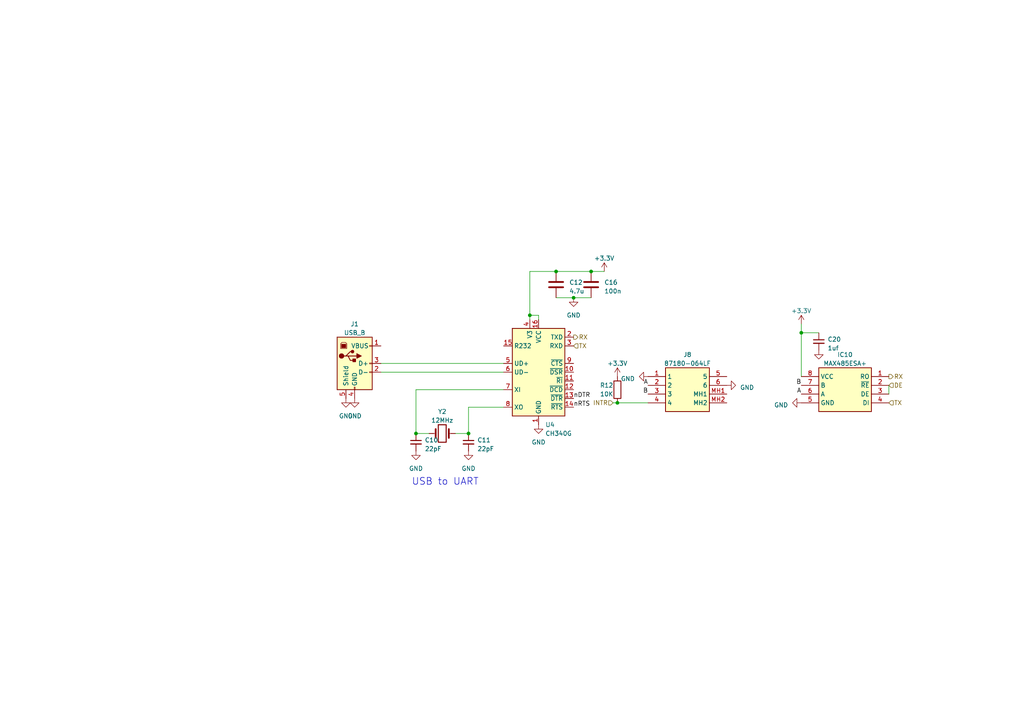
<source format=kicad_sch>
(kicad_sch (version 20230121) (generator eeschema)
  (paper "A4")
  (lib_symbols
    (symbol "Connector:USB_B" (pin_names (offset 1.016))
      (property "Reference" "J" (at -5.08 11.43 0))
      (property "Value" "USB_B" (at -5.08 8.89 0))
      (symbol "USB_B_0_1"
        (rectangle (start -5.08 -7.62) (end 5.08 7.62) (stroke (width 0.254)) (fill (type background)))
        (circle (center -3.81 2.159) (radius 0.635) (stroke (width 0.254)) (fill (type outline)))
        (rectangle (start -3.81 5.588) (end -2.54 4.572) (fill (type outline)))
        (circle (center -0.635 3.429) (radius 0.381) (stroke (width 0.254)) (fill (type outline)))
        (rectangle (start -0.127 -7.62) (end 0.127 -6.858))
        (polyline (pts (xy -1.905 2.159) (xy 0.635 2.159)) (stroke (width 0.254)))
        (polyline (pts (xy -3.175 2.159) (xy -2.54 2.159) (xy -1.27 3.429) (xy -0.635 3.429)) (stroke (width 0.254)))
        (polyline (pts (xy -2.54 2.159) (xy -1.905 2.159) (xy -1.27 0.889) (xy 0 0.889)) (stroke (width 0.254)))
        (polyline (pts (xy 0.635 2.794) (xy 0.635 1.524) (xy 1.905 2.159) (xy 0.635 2.794)) (stroke (width 0.254)) (fill (type outline)))
        (polyline (pts (xy -4.064 4.318) (xy -2.286 4.318) (xy -2.286 5.715) (xy -2.667 6.096) (xy -3.683 6.096) (xy -4.064 5.715) (xy -4.064 4.318)))
        (rectangle (start 0.254 1.27) (end -0.508 0.508) (stroke (width 0.254)) (fill (type outline)))
        (rectangle (start 5.08 -2.667) (end 4.318 -2.413))
        (rectangle (start 5.08 -0.127) (end 4.318 0.127))
        (rectangle (start 5.08 4.953) (end 4.318 5.207))
      )
      (symbol "USB_B_1_1"
        (pin power_out line (at 7.62 5.08 180) (length 2.54) (name "VBUS") (number "1"))
        (pin bidirectional line (at 7.62 -2.54 180) (length 2.54) (name "D-") (number "2"))
        (pin bidirectional line (at 7.62 0 180) (length 2.54) (name "D+") (number "3"))
        (pin power_out line (at 0 -10.16 90) (length 2.54) (name "GND") (number "4"))
        (pin passive line (at -2.54 -10.16 90) (length 2.54) (name "Shield") (number "5"))
      )
    )
    (symbol "Device:C" (pin_numbers hide) (pin_names (offset 0.254))
      (property "Reference" "C" (at 0.635 2.54 0))
      (property "Value" "C" (at 0.635 -2.54 0))
      (symbol "C_0_1"
        (polyline (pts (xy -2.032 -0.762) (xy 2.032 -0.762)) (stroke (width 0.508)))
        (polyline (pts (xy -2.032 0.762) (xy 2.032 0.762)) (stroke (width 0.508)))
      )
      (symbol "C_1_1"
        (pin passive line (at 0 3.81 270) (length 2.794) (name "~") (number "1"))
        (pin passive line (at 0 -3.81 90) (length 2.794) (name "~") (number "2"))
      )
    )
    (symbol "Device:C_Small" (pin_numbers hide) (pin_names (offset 0.254) hide)
      (property "Reference" "C" (at 0.254 1.778 0))
      (property "Value" "C_Small" (at 0.254 -2.032 0))
      (symbol "C_Small_0_1"
        (polyline (pts (xy -1.524 -0.508) (xy 1.524 -0.508)) (stroke (width 0.3302)))
        (polyline (pts (xy -1.524 0.508) (xy 1.524 0.508)) (stroke (width 0.3048)))
      )
      (symbol "C_Small_1_1"
        (pin passive line (at 0 2.54 270) (length 2.032) (name "~") (number "1"))
        (pin passive line (at 0 -2.54 90) (length 2.032) (name "~") (number "2"))
      )
    )
    (symbol "Device:Crystal" (pin_numbers hide) (pin_names (offset 1.016) hide)
      (property "Reference" "Y" (at 0 3.81 0))
      (property "Value" "Crystal" (at 0 -3.81 0))
      (symbol "Crystal_0_1"
        (rectangle (start -1.143 2.54) (end 1.143 -2.54) (stroke (width 0.3048)))
        (polyline (pts (xy -2.54 0) (xy -1.905 0)))
        (polyline (pts (xy -1.905 -1.27) (xy -1.905 1.27)) (stroke (width 0.508)))
        (polyline (pts (xy 1.905 -1.27) (xy 1.905 1.27)) (stroke (width 0.508)))
        (polyline (pts (xy 2.54 0) (xy 1.905 0)))
      )
      (symbol "Crystal_1_1"
        (pin passive line (at -3.81 0 0) (length 1.27) (name "1") (number "1"))
        (pin passive line (at 3.81 0 180) (length 1.27) (name "2") (number "2"))
      )
    )
    (symbol "Device:R" (pin_numbers hide) (pin_names (offset 0))
      (property "Reference" "R" (at 2.032 0 90))
      (property "Value" "R" (at 0 0 90))
      (symbol "R_0_1"
        (rectangle (start -1.016 -2.54) (end 1.016 2.54) (stroke (width 0.254)))
      )
      (symbol "R_1_1"
        (pin passive line (at 0 3.81 270) (length 1.27) (name "~") (number "1"))
        (pin passive line (at 0 -3.81 90) (length 1.27) (name "~") (number "2"))
      )
    )
    (symbol "Interface_USB:CH340G"
      (property "Reference" "U" (at -5.08 13.97 0))
      (property "Value" "CH340G" (at 1.27 13.97 0))
      (symbol "CH340G_0_1"
        (rectangle (start -7.62 12.7) (end 7.62 -12.7) (stroke (width 0.254)) (fill (type background)))
      )
      (symbol "CH340G_1_1"
        (pin power_in line (at 0 -15.24 90) (length 2.54) (name "GND") (number "1"))
        (pin input line (at 10.16 0 180) (length 2.54) (name "~{DSR}") (number "10"))
        (pin input line (at 10.16 -2.54 180) (length 2.54) (name "~{RI}") (number "11"))
        (pin input line (at 10.16 -5.08 180) (length 2.54) (name "~{DCD}") (number "12"))
        (pin output line (at 10.16 -7.62 180) (length 2.54) (name "~{DTR}") (number "13"))
        (pin output line (at 10.16 -10.16 180) (length 2.54) (name "~{RTS}") (number "14"))
        (pin input line (at -10.16 7.62 0) (length 2.54) (name "R232") (number "15"))
        (pin power_in line (at 0 15.24 270) (length 2.54) (name "VCC") (number "16"))
        (pin output line (at 10.16 10.16 180) (length 2.54) (name "TXD") (number "2"))
        (pin input line (at 10.16 7.62 180) (length 2.54) (name "RXD") (number "3"))
        (pin passive line (at -2.54 15.24 270) (length 2.54) (name "V3") (number "4"))
        (pin bidirectional line (at -10.16 2.54 0) (length 2.54) (name "UD+") (number "5"))
        (pin bidirectional line (at -10.16 0 0) (length 2.54) (name "UD-") (number "6"))
        (pin input line (at -10.16 -5.08 0) (length 2.54) (name "XI") (number "7"))
        (pin output line (at -10.16 -10.16 0) (length 2.54) (name "XO") (number "8"))
        (pin input line (at 10.16 2.54 180) (length 2.54) (name "~{CTS}") (number "9"))
      )
    )
    (symbol "SamacSys_Parts:87180-064LF"
      (property "Reference" "J" (at 19.05 7.62 0))
      (property "Value" "87180-064LF" (at 19.05 5.08 0))
      (symbol "87180-064LF_1_1"
        (rectangle (start 5.08 2.54) (end 17.78 -10.16) (stroke (width 0.254)) (fill (type background)))
        (pin passive line (at 0 0 0) (length 5.08) (name "1") (number "1"))
        (pin passive line (at 0 -2.54 0) (length 5.08) (name "2") (number "2"))
        (pin passive line (at 0 -5.08 0) (length 5.08) (name "3") (number "3"))
        (pin passive line (at 0 -7.62 0) (length 5.08) (name "4") (number "4"))
        (pin passive line (at 22.86 0 180) (length 5.08) (name "5") (number "5"))
        (pin passive line (at 22.86 -2.54 180) (length 5.08) (name "6") (number "6"))
        (pin passive line (at 22.86 -5.08 180) (length 5.08) (name "MH1") (number "MH1"))
        (pin passive line (at 22.86 -7.62 180) (length 5.08) (name "MH2") (number "MH2"))
      )
    )
    (symbol "SamacSys_Parts:MAX485ESA+"
      (property "Reference" "IC" (at 21.59 7.62 0))
      (property "Value" "MAX485ESA+" (at 21.59 5.08 0))
      (symbol "MAX485ESA+_1_1"
        (rectangle (start 5.08 2.54) (end 20.32 -10.16) (stroke (width 0.254)) (fill (type background)))
        (pin passive line (at 0 0 0) (length 5.08) (name "RO") (number "1"))
        (pin passive line (at 0 -2.54 0) (length 5.08) (name "~{RE}") (number "2"))
        (pin passive line (at 0 -5.08 0) (length 5.08) (name "DE") (number "3"))
        (pin passive line (at 0 -7.62 0) (length 5.08) (name "DI") (number "4"))
        (pin passive line (at 25.4 -7.62 180) (length 5.08) (name "GND") (number "5"))
        (pin passive line (at 25.4 -5.08 180) (length 5.08) (name "A") (number "6"))
        (pin passive line (at 25.4 -2.54 180) (length 5.08) (name "B") (number "7"))
        (pin passive line (at 25.4 0 180) (length 5.08) (name "VCC") (number "8"))
      )
    )
    (symbol "power:+3.3V" (power) (pin_names (offset 0))
      (property "Value" "+3.3V" (at 0 3.556 0))
      (symbol "+3.3V_0_1"
        (polyline (pts (xy -0.762 1.27) (xy 0 2.54)))
        (polyline (pts (xy 0 0) (xy 0 2.54)))
        (polyline (pts (xy 0 2.54) (xy 0.762 1.27)))
      )
      (symbol "+3.3V_1_1"
        (pin power_in line (at 0 0 90) (length 0) hide (name "+3.3V") (number "1"))
      )
    )
    (symbol "power:GND" (power) (pin_names (offset 0))
      (property "Value" "GND" (at 0 -3.81 0))
      (symbol "GND_0_1"
        (polyline (pts (xy 0 0) (xy 0 -1.27) (xy 1.27 -1.27) (xy 0 -2.54) (xy -1.27 -1.27) (xy 0 -1.27)))
      )
      (symbol "GND_1_1"
        (pin power_in line (at 0 0 270) (length 0) hide (name "GND") (number "1"))
      )
    )
  )
  (junction (at 153.67 91.44))
  (junction (at 179.07 116.84))
  (junction (at 232.41 96.52))
  (junction (at 135.89 125.73))
  (junction (at 171.45 78.74))
  (junction (at 161.29 78.74))
  (junction (at 120.65 125.73))
  (junction (at 166.37 86.36))
  (wire (pts (xy 120.65 113.03) (xy 120.65 125.73)))
  (wire (pts (xy 135.89 118.11) (xy 146.05 118.11)))
  (wire (pts (xy 146.05 113.03) (xy 120.65 113.03)))
  (wire (pts (xy 135.89 125.73) (xy 135.89 118.11)))
  (wire (pts (xy 175.26 78.74) (xy 171.45 78.74)))
  (wire (pts (xy 120.65 125.73) (xy 124.46 125.73)))
  (wire (pts (xy 110.49 105.41) (xy 146.05 105.41)))
  (wire (pts (xy 110.49 107.95) (xy 146.05 107.95)))
  (wire (pts (xy 177.8 116.84) (xy 179.07 116.84)))
  (wire (pts (xy 232.41 96.52) (xy 237.49 96.52)))
  (wire (pts (xy 232.41 96.52) (xy 232.41 109.22)))
  (wire (pts (xy 135.89 125.73) (xy 132.08 125.73)))
  (wire (pts (xy 153.67 91.44) (xy 156.21 91.44)))
  (wire (pts (xy 232.41 93.98) (xy 232.41 96.52)))
  (wire (pts (xy 166.37 86.36) (xy 171.45 86.36)))
  (wire (pts (xy 179.07 116.84) (xy 187.96 116.84)))
  (wire (pts (xy 257.81 111.76) (xy 257.81 114.3)))
  (wire (pts (xy 156.21 91.44) (xy 156.21 92.71)))
  (wire (pts (xy 153.67 91.44) (xy 153.67 92.71)))
  (wire (pts (xy 153.67 78.74) (xy 161.29 78.74)))
  (wire (pts (xy 171.45 78.74) (xy 161.29 78.74)))
  (wire (pts (xy 153.67 78.74) (xy 153.67 91.44)))
  (wire (pts (xy 161.29 86.36) (xy 166.37 86.36)))
  (text "USB to UART" (at 119.38 140.97 0) (effects (font (size 2 2)) (justify left bottom)))
  (label "A" (at 232.41 114.3 180))
  (label "nRTS" (at 166.37 118.11 0))
  (label "B" (at 187.96 114.3 180))
  (label "A" (at 187.96 111.76 180))
  (label "nDTR" (at 166.37 115.57 0))
  (label "B" (at 232.41 111.76 180))
  (hierarchical_label "RX" (shape output) (at 257.81 109.22 0))
  (hierarchical_label "TX" (shape input) (at 166.37 100.33 0))
  (hierarchical_label "TX" (shape input) (at 257.81 116.84 0))
  (hierarchical_label "INTR" (shape input) (at 177.8 116.84 180))
  (hierarchical_label "DE" (shape input) (at 257.81 111.76 0))
  (hierarchical_label "RX" (shape output) (at 166.37 97.79 0))
  (symbol (lib_id "power:GND") (at 210.82 111.76 90) (unit 1)
    (property "Reference" "#PWR097" (effects hide))
    (property "Value" "GND" (at 214.63 112.395 90) (effects (justify right)))
  )
  (symbol (lib_id "Device:R") (at 179.07 113.03 0) (unit 1)
    (property "Reference" "R12" (at 173.99 111.76 0) (effects (justify left)))
    (property "Value" "10K" (at 173.99 114.3 0) (effects (justify left)))
    (property "Footprint" "Resistor_SMD:R_0805_2012Metric_Pad1.20x1.40mm_HandSolder" (effects hide))
    (instances (project "fNET_GPIO_board" (path "" (reference "R12") (unit 1)) (path "" (reference "R12") (unit 1)) (path "" (reference "R29") (unit 1))) (project "armatron_power_board" (path "" (reference "R22") (unit 1))))
  )
  (symbol (lib_id "power:GND") (at 102.87 115.57 0) (unit 1)
    (property "Reference" "#PWR069" (effects hide))
    (property "Value" "GND" (at 102.87 120.65 0))
    (instances (project "fNET_GPIO_board" (path "" (reference "#PWR069") (unit 1)) (path "" (reference "#PWR016") (unit 1))))
  )
  (symbol (lib_id "power:GND") (at 232.41 116.84 270) (unit 1)
    (property "Reference" "#PWR0101" (effects hide))
    (property "Value" "GND" (at 228.6 117.475 90) (effects (justify right)))
  )
  (symbol (lib_id "Interface_USB:CH340G") (at 156.21 107.95 0) (unit 1)
    (property "Reference" "U4" (at 158.1659 123.19 0) (effects (justify left)))
    (property "Value" "CH340G" (at 158.1659 125.73 0) (effects (justify left)))
    (property "Footprint" "Package_SO:SOIC-16_3.9x9.9mm_P1.27mm" (effects hide))
    (property "Datasheet" "http://www.datasheet5.com/pdf-local-2195953" (effects hide))
    (instances (project "fNET_GPIO_board" (path "" (reference "U4") (unit 1)) (path "" (reference "U4") (unit 1)) (path "" (reference "U5") (unit 1))) (project "armatron_power_board" (path "" (reference "U5") (unit 1))))
  )
  (symbol (lib_id "Device:C") (at 171.45 82.55 0) (unit 1)
    (property "Reference" "C16" (at 175.26 81.915 0) (effects (justify left)))
    (property "Value" "100n" (at 175.26 84.455 0) (effects (justify left)))
    (property "Footprint" "Capacitor_SMD:C_0805_2012Metric_Pad1.18x1.45mm_HandSolder" (effects hide))
    (instances (project "fNET_GPIO_board" (path "" (reference "C16") (unit 1)) (path "" (reference "C19") (unit 1))) (project "armatron_power_board" (path "" (reference "C7") (unit 1))))
  )
  (symbol (lib_id "power:GND") (at 156.21 123.19 0) (unit 1)
    (property "Reference" "#PWR062" (effects hide))
    (property "Value" "GND" (at 156.21 128.27 0))
    (instances (project "fNET_GPIO_board" (path "" (reference "#PWR062") (unit 1)) (path "" (reference "#PWR061") (unit 1)) (path "" (reference "#PWR019") (unit 1))) (project "armatron_power_board" (path "" (reference "#PWR048") (unit 1))))
  )
  (symbol (lib_id "Device:C_Small") (at 120.65 128.27 0) (unit 1)
    (property "Reference" "C10" (at 123.19 127.6413 0) (effects (justify left)))
    (property "Value" "22pF" (at 123.19 130.1813 0) (effects (justify left)))
    (property "Footprint" "Capacitor_SMD:C_0805_2012Metric_Pad1.18x1.45mm_HandSolder" (effects hide))
    (instances (project "fNET_GPIO_board" (path "" (reference "C10") (unit 1)) (path "" (reference "C10") (unit 1)) (path "" (reference "C13") (unit 1))) (project "armatron_power_board" (path "" (reference "C9") (unit 1))))
  )
  (symbol (lib_id "power:GND") (at 187.96 109.22 270) (unit 1)
    (property "Reference" "#PWR096" (effects hide))
    (property "Value" "GND" (at 184.15 109.855 90) (effects (justify right)))
  )
  (symbol (lib_id "power:+3.3V") (at 175.26 78.74 0) (unit 1)
    (property "Reference" "#PWR072" (effects hide))
    (property "Value" "+3.3V" (at 175.26 74.93 0))
    (instances (project "fNET_GPIO_board" (path "" (reference "#PWR072") (unit 1)) (path "" (reference "#PWR024") (unit 1))))
  )
  (symbol (lib_id "Device:C") (at 161.29 82.55 0) (unit 1)
    (property "Reference" "C12" (at 165.1 81.915 0) (effects (justify left)))
    (property "Value" "4.7u" (at 165.1 84.455 0) (effects (justify left)))
    (property "Footprint" "Capacitor_SMD:C_0805_2012Metric_Pad1.18x1.45mm_HandSolder" (effects hide))
    (instances (project "fNET_GPIO_board" (path "" (reference "C12") (unit 1)) (path "" (reference "C12") (unit 1)) (path "" (reference "C15") (unit 1))) (project "armatron_power_board" (path "" (reference "C6") (unit 1))))
  )
  (symbol (lib_id "SamacSys_Parts:87180-064LF") (at 187.96 109.22 0) (unit 1)
    (property "Reference" "J8" (at 199.39 102.87 0))
    (property "Value" "87180-064LF" (at 199.39 105.41 0))
    (property "Footprint" "87180064LF" (effects hide))
    (property "Datasheet" "https://cdn.amphenol-cs.com/media/wysiwyg/files/drawing/87180.pdf" (effects hide))
    (property "Height" "11.5" (effects hide))
    (property "Mouser Part Number" "649-87180-064LF" (effects hide))
    (property "Mouser Price/Stock" "https://www.mouser.co.uk/ProductDetail/Amphenol-FCI/87180-064LF?qs=ui%252B2d9lVEI4d3IbDvIDI5Q%3D%3D" (effects hide))
    (property "Manufacturer_Name" "Amphenol Communications Solutions" (effects hide))
    (property "Manufacturer_Part_Number" "87180-064LF" (effects hide))
  )
  (symbol (lib_id "power:GND") (at 100.33 115.57 0) (unit 1)
    (property "Reference" "#PWR068" (effects hide))
    (property "Value" "GND" (at 100.33 120.65 0))
    (instances (project "fNET_GPIO_board" (path "" (reference "#PWR068") (unit 1)) (path "" (reference "#PWR015") (unit 1))))
  )
  (symbol (lib_id "Device:C_Small") (at 135.89 128.27 0) (unit 1)
    (property "Reference" "C11" (at 138.43 127.6413 0) (effects (justify left)))
    (property "Value" "22pF" (at 138.43 130.1813 0) (effects (justify left)))
    (property "Footprint" "Capacitor_SMD:C_0805_2012Metric_Pad1.18x1.45mm_HandSolder" (effects hide))
    (instances (project "fNET_GPIO_board" (path "" (reference "C11") (unit 1)) (path "" (reference "C11") (unit 1)) (path "" (reference "C14") (unit 1))) (project "armatron_power_board" (path "" (reference "C10") (unit 1))))
  )
  (symbol (lib_id "Connector:USB_B") (at 102.87 105.41 0) (unit 1)
    (property "Reference" "J1" (at 102.87 93.98 0))
    (property "Value" "USB_B" (at 102.87 96.52 0))
    (property "Footprint" "SamacSys_Parts:M701-330442" (effects hide))
    (property "Datasheet" " ~" (effects hide))
    (instances (project "fNET_GPIO_board" (path "" (reference "J1") (unit 1)) (path "" (reference "J4") (unit 1))) (project "armatron_power_board" (path "" (reference "J18") (unit 1))))
  )
  (symbol (lib_id "Device:C_Small") (at 237.49 99.06 0) (unit 1)
    (property "Reference" "C20" (at 240.03 98.4313 0) (effects (justify left)))
    (property "Value" "1uf" (at 240.03 100.9713 0) (effects (justify left)))
    (property "Footprint" "Capacitor_SMD:C_0805_2012Metric_Pad1.18x1.45mm_HandSolder" (effects hide))
    (instances (project "fNET_GPIO_board" (path "" (reference "C20") (unit 1)) (path "" (reference "C21") (unit 1)) (path "" (reference "C21") (unit 1))))
  )
  (symbol (lib_id "power:GND") (at 135.89 130.81 0) (unit 1)
    (property "Reference" "#PWR071" (effects hide))
    (property "Value" "GND" (at 135.89 135.89 0))
    (instances (project "fNET_GPIO_board" (path "" (reference "#PWR071") (unit 1)) (path "" (reference "#PWR018") (unit 1))))
  )
  (symbol (lib_id "SamacSys_Parts:MAX485ESA+") (at 257.81 109.22 0) (mirror y) (unit 1)
    (property "Reference" "IC10" (at 245.11 102.87 0))
    (property "Value" "MAX485ESA+" (at 245.11 105.41 0))
    (property "Footprint" "SOIC127P600X175-8N" (effects hide))
    (property "Datasheet" "http://datasheets.maximintegrated.com/en/ds/MAX1487-MAX491.pdf" (effects hide))
    (property "Height" "1.75" (effects hide))
    (property "Mouser Part Number" "700-MAX485ESA" (effects hide))
    (property "Mouser Price/Stock" "https://www.mouser.co.uk/ProductDetail/Analog-Devices-Maxim-Integrated/MAX485ESA%2b?qs=1THa7WoU59HHuBnHtoz5mw%3D%3D" (effects hide))
    (property "Manufacturer_Name" "Analog Devices" (effects hide))
    (property "Manufacturer_Part_Number" "MAX485ESA+" (effects hide))
  )
  (symbol (lib_id "power:GND") (at 120.65 130.81 0) (unit 1)
    (property "Reference" "#PWR070" (effects hide))
    (property "Value" "GND" (at 120.65 135.89 0))
    (instances (project "fNET_GPIO_board" (path "" (reference "#PWR070") (unit 1)) (path "" (reference "#PWR017") (unit 1))))
  )
  (symbol (lib_id "power:+3.3V") (at 179.07 109.22 0) (unit 1)
    (property "Reference" "#PWR059" (effects hide))
    (property "Value" "+3.3V" (at 179.07 105.41 0))
    (instances (project "fNET_GPIO_board" (path "" (reference "#PWR059") (unit 1)) (path "" (reference "#PWR059") (unit 1)) (path "" (reference "#PWR0199") (unit 1))) (project "armatron_power_board" (path "" (reference "#PWR039") (unit 1))))
  )
  (symbol (lib_id "Device:Crystal") (at 128.27 125.73 0) (unit 1)
    (property "Reference" "Y2" (at 128.27 119.38 0))
    (property "Value" "12MHz" (at 128.27 121.92 0))
    (property "Footprint" "Crystal:Crystal_SMD_5032-2Pin_5.0x3.2mm_HandSoldering" (effects hide))
    (instances (project "fNET_GPIO_board" (path "" (reference "Y2") (unit 1)) (path "" (reference "Y2") (unit 1)) (path "" (reference "Y3") (unit 1))) (project "armatron_power_board" (path "" (reference "Y1") (unit 1))))
  )
  (symbol (lib_id "power:GND") (at 166.37 86.36 0) (unit 1)
    (property "Reference" "#PWR061" (effects hide))
    (property "Value" "GND" (at 166.37 91.44 0))
    (instances (project "fNET_GPIO_board" (path "" (reference "#PWR061") (unit 1)) (path "" (reference "#PWR063") (unit 1)) (path "" (reference "#PWR020") (unit 1))) (project "armatron_power_board" (path "" (reference "#PWR047") (unit 1))))
  )
  (symbol (lib_id "power:GND") (at 237.49 101.6 0) (unit 1)
    (property "Reference" "#PWR0102" (effects hide))
    (property "Value" "GND" (effects hide))
  )
  (symbol (lib_id "power:+3.3V") (at 232.41 93.98 0) (unit 1)
    (property "Reference" "#PWR0100" (effects hide))
    (property "Value" "+3.3V" (at 232.41 90.17 0))
  )
)
</source>
